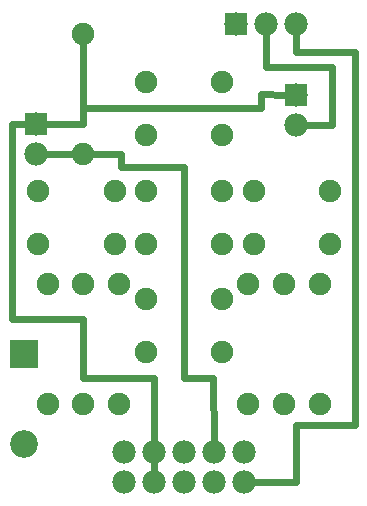
<source format=gbl>
G04 MADE WITH FRITZING*
G04 WWW.FRITZING.ORG*
G04 DOUBLE SIDED*
G04 HOLES PLATED*
G04 CONTOUR ON CENTER OF CONTOUR VECTOR*
%ASAXBY*%
%FSLAX23Y23*%
%MOIN*%
%OFA0B0*%
%SFA1.0B1.0*%
%ADD10C,0.078000*%
%ADD11C,0.075000*%
%ADD12C,0.092000*%
%ADD13R,0.078000X0.078000*%
%ADD14R,0.092000X0.092000*%
%ADD15C,0.024000*%
%LNCOPPER0*%
G90*
G70*
G54D10*
X118Y1281D03*
X118Y1181D03*
G54D11*
X275Y1181D03*
X275Y1581D03*
G54D10*
X784Y1614D03*
X884Y1614D03*
X984Y1614D03*
X984Y1378D03*
X984Y1278D03*
X411Y86D03*
X511Y86D03*
X611Y86D03*
X711Y86D03*
X811Y86D03*
X411Y86D03*
X511Y86D03*
X611Y86D03*
X711Y86D03*
X811Y86D03*
X811Y186D03*
X711Y186D03*
X611Y186D03*
X511Y186D03*
X411Y186D03*
G54D11*
X483Y1420D03*
X739Y1420D03*
X483Y1242D03*
X739Y1242D03*
X380Y880D03*
X124Y880D03*
X380Y1057D03*
X124Y1057D03*
X483Y698D03*
X739Y698D03*
X483Y521D03*
X739Y521D03*
X1099Y881D03*
X843Y881D03*
X1099Y1058D03*
X843Y1058D03*
X739Y881D03*
X483Y881D03*
X739Y1058D03*
X483Y1058D03*
X157Y748D03*
X157Y348D03*
X275Y748D03*
X275Y348D03*
X1063Y748D03*
X1063Y348D03*
X945Y748D03*
X945Y348D03*
X826Y748D03*
X826Y348D03*
X393Y748D03*
X393Y348D03*
G54D12*
X78Y512D03*
X78Y212D03*
G54D13*
X118Y1281D03*
X784Y1614D03*
X984Y1378D03*
G54D14*
X78Y512D03*
G54D15*
X275Y1333D02*
X275Y1552D01*
D02*
X867Y1333D02*
X275Y1333D01*
D02*
X867Y1379D02*
X867Y1333D01*
D02*
X954Y1378D02*
X867Y1379D01*
D02*
X402Y1181D02*
X304Y1181D01*
D02*
X402Y1137D02*
X402Y1181D01*
D02*
X612Y1137D02*
X402Y1137D01*
D02*
X708Y432D02*
X612Y432D01*
D02*
X612Y432D02*
X612Y1137D01*
D02*
X711Y216D02*
X708Y432D01*
D02*
X276Y1281D02*
X148Y1281D01*
D02*
X275Y1552D02*
X276Y1281D01*
D02*
X247Y1181D02*
X148Y1181D01*
D02*
X39Y1281D02*
X39Y630D01*
D02*
X39Y630D02*
X276Y630D01*
D02*
X276Y630D02*
X276Y432D01*
D02*
X276Y432D02*
X510Y432D01*
D02*
X510Y432D02*
X511Y216D01*
D02*
X88Y1281D02*
X39Y1281D01*
D02*
X511Y116D02*
X511Y156D01*
D02*
X1103Y1278D02*
X1014Y1278D01*
D02*
X1103Y1471D02*
X1103Y1278D01*
D02*
X884Y1471D02*
X1103Y1471D01*
D02*
X884Y1584D02*
X884Y1471D01*
D02*
X984Y1519D02*
X984Y1584D01*
D02*
X1180Y1519D02*
X984Y1519D01*
D02*
X1180Y276D02*
X1180Y1519D01*
D02*
X984Y276D02*
X1180Y276D01*
D02*
X984Y86D02*
X984Y276D01*
D02*
X841Y86D02*
X984Y86D01*
G04 End of Copper0*
M02*
</source>
